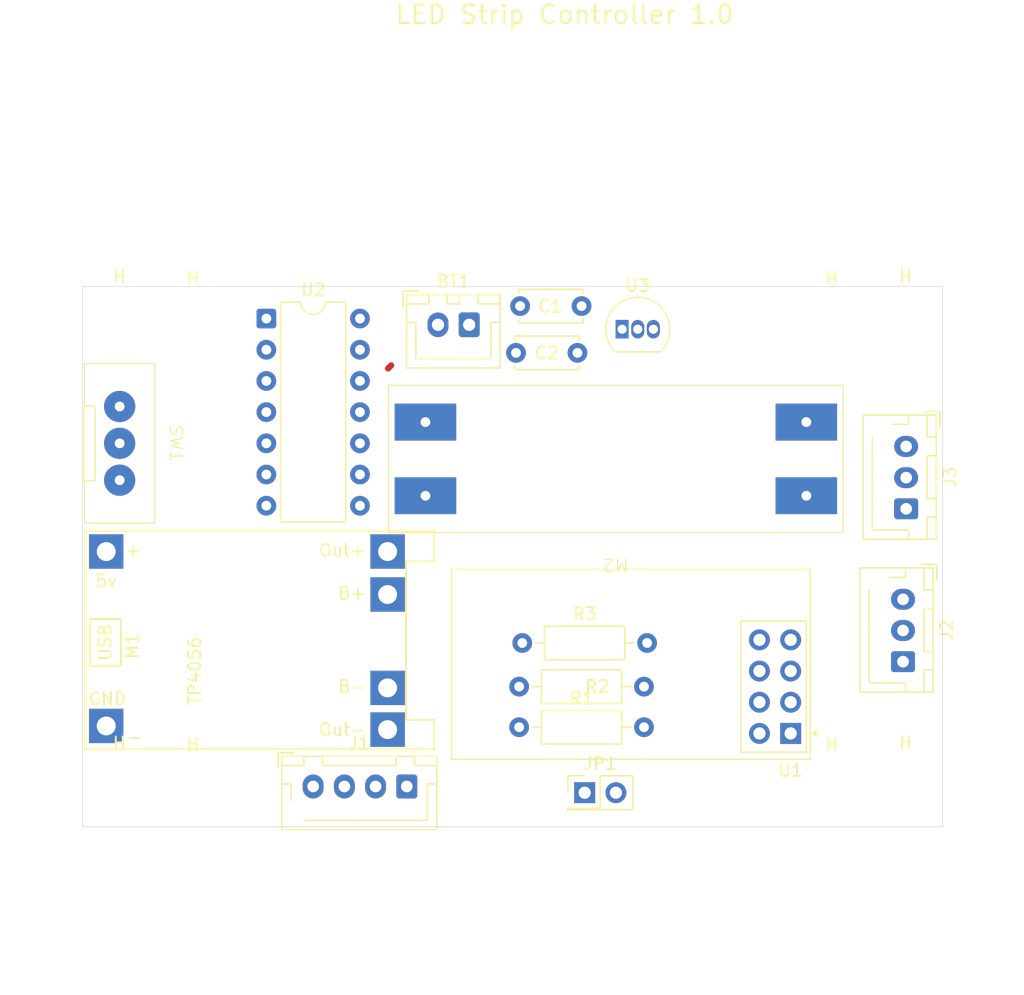
<source format=kicad_pcb>
(kicad_pcb (version 20241229) (generator "pcbnew") (generator_version "9.0")
  (title_block (title "nRF24 Button") (date "2025-12-19") (rev "${Version}"))
  (layers (0 "F.Cu" signal) (2 "B.Cu" signal) (13 "F.Paste" user) (15 "B.Paste" user) (5 "F.SilkS" user "F.Silkscreen") (7 "B.SilkS" user "B.Silkscreen") (1 "F.Mask" user) (3 "B.Mask" user) (25 "Edge.Cuts" user))
  (property "Version" "1.0")
  (net 0 "")
  (net 1 "+3V8")
  (net 3 "GND")
  (net 4 "Net-(J1-Pin_4)")
  (net 5 "/VCC")
  (net 6 "/Vbat")
  (net 7 "Net-(U2-AREF{slash}PA0)")
  (net 8 "Net-(U1-CE)")
  (net 9 "Net-(J1-Pin_1)")
  (net 10 "Net-(J1-Pin_3)")
  (net 11 "Net-(J1-Pin_2)")
  (net 12 "/VLED")
  (net 15 "Net-(J2-Pin_3)")
  (net 19 "Net-(J3-Pin_3)")
  (net 20 "Net-(JP1-B)")
  (net 21 "Net-(JP1-A)")
  (net 22 "Net-(M1-B+)")
  (footprint "Resistor_THT:R_Axial_DIN0207_L6.3mm_D2.5mm_P10.16mm_Horizontal" (layer "F.Cu") (at 155.702 132.588 180)
    (property "Reference" "R2" (at 3.81 0 0) (layer "F.SilkS"))
    (property "Value" "100k")
    (fp_line (start 9.12 0) (end 8.35 0) (stroke (width 0.12)) (layer "F.SilkS"))
    (fp_line (start 1.04 0) (end 1.81 0) (stroke (width 0.12)) (layer "F.SilkS"))
    (fp_rect (start 1.81 -1.37) (end 8.35 1.37) (stroke (width 0.12)) (fill no) (layer "F.SilkS"))
    (pad "1" thru_hole circle (at 0 0 180) (size 1.6 1.6) (drill 0.8) (layers "*.Cu" "*.Mask") (net 7 "Net-(U2-AREF{slash}PA0)"))
    (pad "2" thru_hole circle (at 10.16 0 180) (size 1.6 1.6) (drill 0.8) (layers "*.Cu" "*.Mask") (net 3 "GND"))
  )
  (footprint "hagego:JST_XH_1x03_P2.54" (layer "F.Cu") (at 176.784 125.476 -90)
    (property "Reference" "J2" (at 2.5 -3.55 90) (layer "F.SilkS"))
    (property "Value" "WS2812 1")
    (fp_line (start -2.56 3.51) (end 7.56 3.51) (stroke (width 0.12)) (layer "F.SilkS"))
    (fp_line (start 7.56 3.51) (end 7.56 -2.46) (stroke (width 0.12)) (layer "F.SilkS"))
    (fp_line (start 2.5 2.75) (end -0.74 2.75) (stroke (width 0.12)) (layer "F.SilkS"))
    (fp_line (start 6.8 2.75) (end 2.5 2.75) (stroke (width 0.12)) (layer "F.SilkS"))
    (fp_line (start -2.55 -0.2) (end -1.8 -0.2) (stroke (width 0.12)) (layer "F.SilkS"))
    (fp_line (start -1.8 -0.2) (end -1.8 1.14) (stroke (width 0.12)) (layer "F.SilkS"))
    (fp_line (start 6.8 -0.2) (end 6.8 2.75) (stroke (width 0.12)) (layer "F.SilkS"))
    (fp_line (start 7.55 -0.2) (end 6.8 -0.2) (stroke (width 0.12)) (layer "F.SilkS"))
    (fp_line (start -2.55 -1.7) (end -0.75 -1.7) (stroke (width 0.12)) (layer "F.SilkS"))
    (fp_line (start -0.75 -1.7) (end -0.75 -2.45) (stroke (width 0.12)) (layer "F.SilkS"))
    (fp_line (start 0.75 -1.7) (end 4.25 -1.7) (stroke (width 0.12)) (layer "F.SilkS"))
    (fp_line (start 4.25 -1.7) (end 4.25 -2.45) (stroke (width 0.12)) (layer "F.SilkS"))
    (fp_line (start 5.75 -1.7) (end 7.55 -1.7) (stroke (width 0.12)) (layer "F.SilkS"))
    (fp_line (start 7.55 -1.7) (end 7.55 -2.45) (stroke (width 0.12)) (layer "F.SilkS"))
    (fp_line (start -2.55 -2.45) (end -2.55 -1.7) (stroke (width 0.12)) (layer "F.SilkS"))
    (fp_line (start -0.75 -2.45) (end -2.55 -2.45) (stroke (width 0.12)) (layer "F.SilkS"))
    (fp_line (start 0.75 -2.45) (end 0.75 -1.7) (stroke (width 0.12)) (layer "F.SilkS"))
    (fp_line (start 4.25 -2.45) (end 0.75 -2.45) (stroke (width 0.12)) (layer "F.SilkS"))
    (fp_line (start 5.75 -2.45) (end 5.75 -1.7) (stroke (width 0.12)) (layer "F.SilkS"))
    (fp_line (start 7.55 -2.45) (end 5.75 -2.45) (stroke (width 0.12)) (layer "F.SilkS"))
    (fp_line (start -2.56 -2.46) (end -2.56 3.51) (stroke (width 0.12)) (layer "F.SilkS"))
    (fp_line (start 7.56 -2.46) (end -2.56 -2.46) (stroke (width 0.12)) (layer "F.SilkS"))
    (fp_line (start -2.85 -2.75) (end -2.85 -1.5) (stroke (width 0.12)) (layer "F.SilkS"))
    (fp_line (start -1.6 -2.75) (end -2.85 -2.75) (stroke (width 0.12)) (layer "F.SilkS"))
    (pad "" np_thru_hole circle (at -1.6 2 270) (size 1.2 1.2) (drill 1.2) (layers "*.Cu" "*.Mask"))
    (pad "1" thru_hole roundrect (at 5.08 0 270) (size 1.7 1.95) (drill 0.95) (layers "*.Cu" "*.Mask") (roundrect_rratio 0.147059) (net 12 "/VLED"))
    (pad "2" thru_hole oval (at 2.54 0 270) (size 1.7 1.95) (drill 0.95) (layers "*.Cu" "*.Mask") (net 3 "GND"))
    (pad "3" thru_hole oval (at 0 0 270) (size 1.7 1.95) (drill 0.95) (layers "*.Cu" "*.Mask") (net 15 "Net-(J2-Pin_3)"))
  )
  (footprint "RF_Module:nRF24L01_Breakout" (layer "F.Cu") (at 167.64 136.398 180)
    (property "Reference" "U1" (at 0 -3 0) (layer "F.SilkS"))
    (property "Value" "NRF24L01")
    (fp_line (start 27.6 13.35) (end -1.6 13.35) (stroke (width 0.12)) (layer "F.SilkS"))
    (fp_line (start 27.6 -2.1) (end 27.6 13.35) (stroke (width 0.12)) (layer "F.SilkS"))
    (fp_line (start 4.064 9.144) (end -1.27 9.144) (stroke (width 0.12)) (layer "F.SilkS"))
    (fp_line (start 4.064 -1.524) (end 4.064 9.144) (stroke (width 0.12)) (layer "F.SilkS"))
    (fp_line (start -1.27 9.144) (end -1.27 9.144) (stroke (width 0.12)) (layer "F.SilkS"))
    (fp_line (start -1.27 9.144) (end -1.27 -1.524) (stroke (width 0.12)) (layer "F.SilkS"))
    (fp_line (start -1.27 -1.524) (end 4.064 -1.524) (stroke (width 0.12)) (layer "F.SilkS"))
    (fp_line (start -1.27 -1.524) (end -1.27 -1.524) (stroke (width 0.12)) (layer "F.SilkS"))
    (fp_line (start -1.6 13.35) (end -1.6 -2.1) (stroke (width 0.12)) (layer "F.SilkS"))
    (fp_line (start -1.6 -2.1) (end 27.6 -2.1) (stroke (width 0.12)) (layer "F.SilkS"))
    (fp_line (start -1.6 -2.1) (end -1.6 -2.1) (stroke (width 0.12)) (layer "F.SilkS"))
    (fp_poly (pts (xy -1.8 0) (xy -2.136 0.24) (xy -2.136 -0.24) (xy -1.8 0)) (stroke (width 0.12)) (fill yes) (layer "F.SilkS"))
    (pad "1" thru_hole rect (at 0 0 180) (size 1.7 1.7) (drill 1) (layers "*.Cu" "*.Mask") (net 3 "GND"))
    (pad "2" thru_hole circle (at 2.54 0 180) (size 1.7 1.7) (drill 1) (layers "*.Cu" "*.Mask") (net 5 "/VCC"))
    (pad "3" thru_hole circle (at 0 2.54 180) (size 1.7 1.7) (drill 1) (layers "*.Cu" "*.Mask") (net 8 "Net-(U1-CE)"))
    (pad "4" thru_hole circle (at 2.54 2.54 180) (size 1.7 1.7) (drill 1) (layers "*.Cu" "*.Mask") (net 20 "Net-(JP1-B)"))
    (pad "5" thru_hole circle (at 0 5.08 180) (size 1.7 1.7) (drill 1) (layers "*.Cu" "*.Mask") (net 4 "Net-(J1-Pin_4)"))
    (pad "6" thru_hole circle (at 2.54 5.08 180) (size 1.7 1.7) (drill 1) (layers "*.Cu" "*.Mask") (net 11 "Net-(J1-Pin_2)"))
    (pad "7" thru_hole circle (at 0 7.62 180) (size 1.7 1.7) (drill 1) (layers "*.Cu" "*.Mask") (net 10 "Net-(J1-Pin_3)"))
    (pad "8" thru_hole circle (at 2.54 7.62 180) (size 1.7 1.7) (drill 1) (layers "*.Cu" "*.Mask"))
  )
  (footprint "MountingHole:MountingHole_2.7mm_M2.5" (layer "F.Cu") (at 171 103)
    (property "Reference" "H" (at 0 -3.65 0) (layer "F.SilkS"))
    (property "Value" "M2.5")
    (pad "" np_thru_hole circle (at 0 0) (size 2.7 2.7) (drill 2.7) (layers "*.Cu" "*.Mask"))
  )
  (footprint "KiCad Library:TP4056-18650" (layer "F.Cu") (at 110.236 119.888)
    (property "Reference" "M1" (at 3.81 9.398 90) (layer "F.SilkS"))
    (property "Value" "TP4056")
    (fp_line (start 0 0) (end 26.3 0) (stroke (width 0.15)) (layer "F.SilkS"))
    (fp_line (start 0 17.8) (end 0 0) (stroke (width 0.15)) (layer "F.SilkS"))
    (fp_line (start 0.4 7.2) (end 2.9 7.2) (stroke (width 0.15)) (layer "F.SilkS"))
    (fp_line (start 0.4 11) (end 0.4 7.3) (stroke (width 0.15)) (layer "F.SilkS"))
    (fp_line (start 2.9 7.2) (end 2.9 11) (stroke (width 0.15)) (layer "F.SilkS"))
    (fp_line (start 2.9 11) (end 0.4 11) (stroke (width 0.15)) (layer "F.SilkS"))
    (fp_line (start 26.1 2.5) (end 26.1 15.4) (stroke (width 0.15)) (layer "F.SilkS"))
    (fp_line (start 26.1 15.4) (end 26.4 15.4) (stroke (width 0.15)) (layer "F.SilkS"))
    (fp_line (start 26.3 0) (end 28.4 0) (stroke (width 0.15)) (layer "F.SilkS"))
    (fp_line (start 26.3 15.4) (end 28.4 15.4) (stroke (width 0.15)) (layer "F.SilkS"))
    (fp_line (start 28.4 0) (end 28.4 2.5) (stroke (width 0.15)) (layer "F.SilkS"))
    (fp_line (start 28.4 2.5) (end 26.1 2.5) (stroke (width 0.15)) (layer "F.SilkS"))
    (fp_line (start 28.4 15.4) (end 28.4 15.7) (stroke (width 0.15)) (layer "F.SilkS"))
    (fp_line (start 28.4 15.7) (end 28.4 17.8) (stroke (width 0.15)) (layer "F.SilkS"))
    (fp_line (start 28.4 17.8) (end 0 17.8) (stroke (width 0.15)) (layer "F.SilkS"))
    (fp_text user "B+" (at 21.7 5.1 0) (layer "F.SilkS"))
    (fp_text user "5v" (at 1.7 4.1 0) (layer "F.SilkS"))
    (fp_text user "+" (at 3.9 1.6 0) (layer "F.SilkS"))
    (fp_text user "USB" (at 1.6 9.1 90) (layer "F.SilkS"))
    (fp_text user "-" (at 4 16.8 0) (layer "F.SilkS"))
    (fp_text user "Out+" (at 20.9 1.6 0) (layer "F.SilkS"))
    (fp_text user "B-" (at 21.7 12.7 0) (layer "F.SilkS"))
    (fp_text user "GND" (at 1.8 13.7 0) (layer "F.SilkS"))
    (fp_text user "TP4056" (at 8.89 11.43 90) (layer "F.SilkS"))
    (fp_text user "Out-" (at 20.9 16.2 0) (layer "F.SilkS"))
    (pad "1" thru_hole rect (at 1.7 1.7) (size 2.8 2.8) (drill 1.54) (layers "*.Cu" "*.Mask"))
    (pad "2" thru_hole rect (at 1.7 15.9) (size 2.8 2.8) (drill 1.54) (layers "*.Cu" "*.Mask"))
    (pad "3" thru_hole rect (at 24.6 1.7) (size 2.8 2.8) (drill 1.54) (layers "*.Cu" "*.Mask") (net 6 "/Vbat"))
    (pad "4" thru_hole rect (at 24.6 16.2) (size 2.8 2.8) (drill 1.54) (layers "*.Cu" "*.Mask") (net 3 "GND"))
    (pad "5" thru_hole rect (at 24.6 5.2) (size 2.8 2.8) (drill 1.54) (layers "*.Cu" "*.Mask") (net 22 "Net-(M1-B+)"))
    (pad "6" thru_hole rect (at 24.6 12.8) (size 2.8 2.8) (drill 1.54) (layers "*.Cu" "*.Mask") (net 3 "GND"))
  )
  (footprint "Resistor_THT:R_Axial_DIN0207_L6.3mm_D2.5mm_P10.16mm_Horizontal" (layer "F.Cu") (at 145.542 135.89)
    (property "Reference" "R1" (at 5.08 -2.37 0) (layer "F.SilkS"))
    (property "Value" "470k")
    (fp_line (start 1.04 0) (end 1.81 0) (stroke (width 0.12)) (layer "F.SilkS"))
    (fp_line (start 9.12 0) (end 8.35 0) (stroke (width 0.12)) (layer "F.SilkS"))
    (fp_rect (start 1.81 -1.37) (end 8.35 1.37) (stroke (width 0.12)) (fill no) (layer "F.SilkS"))
    (pad "1" thru_hole circle (at 0 0) (size 1.6 1.6) (drill 0.8) (layers "*.Cu" "*.Mask") (net 6 "/Vbat"))
    (pad "2" thru_hole circle (at 10.16 0) (size 1.6 1.6) (drill 0.8) (layers "*.Cu" "*.Mask") (net 7 "Net-(U2-AREF{slash}PA0)"))
  )
  (footprint "hagego:Hole_5mm" (layer "F.Cu") (at 113 141)
    (property "Reference" "H" (at 0 -3.81 0) (layer "F.SilkS"))
    (property "Value" "5mm")
    (pad "" np_thru_hole circle (at 0 0) (size 5 5) (drill 5) (layers "*.Cu" "*.Mask"))
  )
  (footprint "Connector_PinHeader_2.54mm:PinHeader_2x01_P2.54mm_Vertical" (layer "F.Cu") (at 150.876 141.224)
    (property "Reference" "JP1" (at 1.27 -2.38 0) (layer "F.SilkS"))
    (property "Value" "Jumper CSN")
    (fp_line (start -1.38 -1.38) (end 0 -1.38) (stroke (width 0.12)) (layer "F.SilkS"))
    (fp_line (start -1.38 0) (end -1.38 -1.38) (stroke (width 0.12)) (layer "F.SilkS"))
    (fp_line (start -1.38 1.27) (end -1.38 1.38) (stroke (width 0.12)) (layer "F.SilkS"))
    (fp_line (start -1.38 1.27) (end 1.27 1.27) (stroke (width 0.12)) (layer "F.SilkS"))
    (fp_line (start -1.38 1.38) (end 3.92 1.38) (stroke (width 0.12)) (layer "F.SilkS"))
    (fp_line (start 1.27 -1.38) (end 3.92 -1.38) (stroke (width 0.12)) (layer "F.SilkS"))
    (fp_line (start 1.27 1.27) (end 1.27 -1.38) (stroke (width 0.12)) (layer "F.SilkS"))
    (fp_line (start 3.92 -1.38) (end 3.92 1.38) (stroke (width 0.12)) (layer "F.SilkS"))
    (pad "1" thru_hole rect (at 0 0) (size 1.7 1.7) (drill 1) (layers "*.Cu" "*.Mask") (net 21 "Net-(JP1-A)"))
    (pad "2" thru_hole circle (at 2.54 0) (size 1.7 1.7) (drill 1) (layers "*.Cu" "*.Mask") (net 20 "Net-(JP1-B)"))
  )
  (footprint "hagego:JST_XH_1x02_P2.54" (layer "F.Cu") (at 138.938 103.124)
    (property "Reference" "BT1" (at 1.25 -3.55 0) (layer "F.SilkS"))
    (property "Value" "3.7V")
    (fp_line (start -2.85 -2.75) (end -2.85 -1.5) (stroke (width 0.12)) (layer "F.SilkS"))
    (fp_line (start -2.56 -2.46) (end -2.56 3.51) (stroke (width 0.12)) (layer "F.SilkS"))
    (fp_line (start -2.56 3.51) (end 5.06 3.51) (stroke (width 0.12)) (layer "F.SilkS"))
    (fp_line (start -2.55 -2.45) (end -2.55 -1.7) (stroke (width 0.12)) (layer "F.SilkS"))
    (fp_line (start -2.55 -1.7) (end -0.75 -1.7) (stroke (width 0.12)) (layer "F.SilkS"))
    (fp_line (start -2.55 -0.2) (end -1.8 -0.2) (stroke (width 0.12)) (layer "F.SilkS"))
    (fp_line (start -1.8 -0.2) (end -1.8 2.75) (stroke (width 0.12)) (layer "F.SilkS"))
    (fp_line (start -1.8 2.75) (end 1.25 2.75) (stroke (width 0.12)) (layer "F.SilkS"))
    (fp_line (start -1.6 -2.75) (end -2.85 -2.75) (stroke (width 0.12)) (layer "F.SilkS"))
    (fp_line (start -0.75 -2.45) (end -2.55 -2.45) (stroke (width 0.12)) (layer "F.SilkS"))
    (fp_line (start -0.75 -1.7) (end -0.75 -2.45) (stroke (width 0.12)) (layer "F.SilkS"))
    (fp_line (start 0.75 -2.45) (end 0.75 -1.7) (stroke (width 0.12)) (layer "F.SilkS"))
    (fp_line (start 0.75 -1.7) (end 1.75 -1.7) (stroke (width 0.12)) (layer "F.SilkS"))
    (fp_line (start 1.75 -2.45) (end 0.75 -2.45) (stroke (width 0.12)) (layer "F.SilkS"))
    (fp_line (start 1.75 -1.7) (end 1.75 -2.45) (stroke (width 0.12)) (layer "F.SilkS"))
    (fp_line (start 3.25 -2.45) (end 3.25 -1.7) (stroke (width 0.12)) (layer "F.SilkS"))
    (fp_line (start 3.25 -1.7) (end 5.05 -1.7) (stroke (width 0.12)) (layer "F.SilkS"))
    (fp_line (start 4.3 -0.2) (end 4.3 2.75) (stroke (width 0.12)) (layer "F.SilkS"))
    (fp_line (start 4.3 2.75) (end 1.25 2.75) (stroke (width 0.12)) (layer "F.SilkS"))
    (fp_line (start 5.05 -2.45) (end 3.25 -2.45) (stroke (width 0.12)) (layer "F.SilkS"))
    (fp_line (start 5.05 -1.7) (end 5.05 -2.45) (stroke (width 0.12)) (layer "F.SilkS"))
    (fp_line (start 5.05 -0.2) (end 4.3 -0.2) (stroke (width 0.12)) (layer "F.SilkS"))
    (fp_line (start 5.06 -2.46) (end -2.56 -2.46) (stroke (width 0.12)) (layer "F.SilkS"))
    (fp_line (start 5.06 3.51) (end 5.06 -2.46) (stroke (width 0.12)) (layer "F.SilkS"))
    (pad "1" thru_hole roundrect (at 2.54 0) (size 1.7 2) (drill 1) (layers "*.Cu" "*.Mask") (roundrect_rratio 0.147059) (net 1 "+3V8"))
    (pad "2" thru_hole oval (at 0 0) (size 1.7 2) (drill 1) (layers "*.Cu" "*.Mask") (net 3 "GND"))
  )
  (footprint "hagego:Hole_5mm" (layer "F.Cu") (at 177 141)
    (property "Reference" "H" (at 0 -3.81 0) (layer "F.SilkS"))
    (property "Value" "5mm")
    (pad "" np_thru_hole circle (at 0 0) (size 5 5) (drill 5) (layers "*.Cu" "*.Mask"))
  )
  (footprint "hagego:SwitchHorizontal_SK-12F14" (layer "F.Cu") (at 113.03 112.776 -90)
    (property "Reference" "SW1" (at 0 -4.572 270) (layer "F.SilkS") (effects (font (thickness 0.1))))
    (property "Value" "on/off")
    (fp_rect (start -3.05 2) (end 3.05 2.9) (stroke (width 0.1)) (fill no) (layer "F.SilkS"))
    (fp_rect (start -6.5 -2.85) (end 6.5 2.85) (stroke (width 0.1)) (fill no) (layer "F.SilkS"))
    (pad "1" thru_hole circle (at -3 0 270) (size 2.54 2.54) (drill 0.8) (layers "*.Cu" "*.Mask") (net 1 "+3V8"))
    (pad "2" thru_hole circle (at 0 0 270) (size 2.54 2.54) (drill 0.8) (layers "*.Cu" "*.Mask") (net 22 "Net-(M1-B+)"))
    (pad "3" thru_hole circle (at 3 0 270) (size 2.54 2.54) (drill 0.8) (layers "*.Cu" "*.Mask"))
  )
  (footprint "Capacitor_THT:C_Disc_D5.0mm_W2.5mm_P5.00mm" (layer "F.Cu") (at 150.622 101.6 180)
    (property "Reference" "C1" (at 2.54 0 0) (layer "F.SilkS"))
    (property "Value" "2.2uF")
    (fp_line (start 5.12 1.37) (end -0.12 1.37) (stroke (width 0.12)) (layer "F.SilkS"))
    (fp_line (start 5.12 1.033) (end 5.12 1.37) (stroke (width 0.12)) (layer "F.SilkS"))
    (fp_line (start 5.12 -1.37) (end 5.12 -1.033) (stroke (width 0.12)) (layer "F.SilkS"))
    (fp_line (start -0.12 1.37) (end -0.12 1.033) (stroke (width 0.12)) (layer "F.SilkS"))
    (fp_line (start -0.12 -1.033) (end -0.12 -1.37) (stroke (width 0.12)) (layer "F.SilkS"))
    (fp_line (start -0.12 -1.37) (end 5.12 -1.37) (stroke (width 0.12)) (layer "F.SilkS"))
    (pad "1" thru_hole circle (at 0 0 180) (size 1.6 1.6) (drill 0.8) (layers "*.Cu" "*.Mask") (net 3 "GND"))
    (pad "2" thru_hole circle (at 5 0 180) (size 1.6 1.6) (drill 0.8) (layers "*.Cu" "*.Mask") (net 5 "/VCC"))
  )
  (footprint "hagego:MT3608_Module" (layer "F.Cu") (at 153.416 114.046 180)
    (property "Reference" "M2" (at 0 -8.636 180) (layer "F.SilkS") (effects (font (thickness 0.1))))
    (property "Value" "~")
    (fp_rect (start -18.5 -6) (end 18.5 6) (stroke (width 0.1)) (fill no) (layer "F.SilkS"))
    (pad "1" thru_hole rect (at 15.5 -3 180) (size 5 3) (drill 0.8) (layers "*.Cu" "*.Mask") (net 6 "/Vbat"))
    (pad "2" thru_hole rect (at 15.5 3 180) (size 5 3) (drill 0.8) (layers "*.Cu" "*.Mask") (net 3 "GND"))
    (pad "3" thru_hole rect (at -15.5 -3 180) (size 5 3) (drill 0.8) (layers "*.Cu" "*.Mask") (net 12 "/VLED"))
    (pad "4" thru_hole rect (at -15.5 3 180) (size 5 3) (drill 0.8) (layers "*.Cu" "*.Mask") (net 3 "GND"))
  )
  (footprint "hagego:Hole_5mm" (layer "F.Cu") (at 177 103)
    (property "Reference" "H" (at 0 -3.81 0) (layer "F.SilkS"))
    (property "Value" "5mm")
    (pad "" np_thru_hole circle (at 0 0) (size 5 5) (drill 5) (layers "*.Cu" "*.Mask"))
  )
  (footprint "hagego:JST_XH_1x03_P2.54" (layer "F.Cu") (at 177.038 113.03 -90)
    (property "Reference" "J3" (at 2.5 -3.55 90) (layer "F.SilkS"))
    (property "Value" "WS2812 2")
    (fp_line (start -2.56 3.51) (end 7.56 3.51) (stroke (width 0.12)) (layer "F.SilkS"))
    (fp_line (start 7.56 3.51) (end 7.56 -2.46) (stroke (width 0.12)) (layer "F.SilkS"))
    (fp_line (start 2.5 2.75) (end -0.74 2.75) (stroke (width 0.12)) (layer "F.SilkS"))
    (fp_line (start 6.8 2.75) (end 2.5 2.75) (stroke (width 0.12)) (layer "F.SilkS"))
    (fp_line (start -2.55 -0.2) (end -1.8 -0.2) (stroke (width 0.12)) (layer "F.SilkS"))
    (fp_line (start -1.8 -0.2) (end -1.8 1.14) (stroke (width 0.12)) (layer "F.SilkS"))
    (fp_line (start 6.8 -0.2) (end 6.8 2.75) (stroke (width 0.12)) (layer "F.SilkS"))
    (fp_line (start 7.55 -0.2) (end 6.8 -0.2) (stroke (width 0.12)) (layer "F.SilkS"))
    (fp_line (start -2.55 -1.7) (end -0.75 -1.7) (stroke (width 0.12)) (layer "F.SilkS"))
    (fp_line (start -0.75 -1.7) (end -0.75 -2.45) (stroke (width 0.12)) (layer "F.SilkS"))
    (fp_line (start 0.75 -1.7) (end 4.25 -1.7) (stroke (width 0.12)) (layer "F.SilkS"))
    (fp_line (start 4.25 -1.7) (end 4.25 -2.45) (stroke (width 0.12)) (layer "F.SilkS"))
    (fp_line (start 5.75 -1.7) (end 7.55 -1.7) (stroke (width 0.12)) (layer "F.SilkS"))
    (fp_line (start 7.55 -1.7) (end 7.55 -2.45) (stroke (width 0.12)) (layer "F.SilkS"))
    (fp_line (start -2.55 -2.45) (end -2.55 -1.7) (stroke (width 0.12)) (layer "F.SilkS"))
    (fp_line (start -0.75 -2.45) (end -2.55 -2.45) (stroke (width 0.12)) (layer "F.SilkS"))
    (fp_line (start 0.75 -2.45) (end 0.75 -1.7) (stroke (width 0.12)) (layer "F.SilkS"))
    (fp_line (start 4.25 -2.45) (end 0.75 -2.45) (stroke (width 0.12)) (layer "F.SilkS"))
    (fp_line (start 5.75 -2.45) (end 5.75 -1.7) (stroke (width 0.12)) (layer "F.SilkS"))
    (fp_line (start 7.55 -2.45) (end 5.75 -2.45) (stroke (width 0.12)) (layer "F.SilkS"))
    (fp_line (start -2.56 -2.46) (end -2.56 3.51) (stroke (width 0.12)) (layer "F.SilkS"))
    (fp_line (start 7.56 -2.46) (end -2.56 -2.46) (stroke (width 0.12)) (layer "F.SilkS"))
    (fp_line (start -2.85 -2.75) (end -2.85 -1.5) (stroke (width 0.12)) (layer "F.SilkS"))
    (fp_line (start -1.6 -2.75) (end -2.85 -2.75) (stroke (width 0.12)) (layer "F.SilkS"))
    (pad "" np_thru_hole circle (at -1.6 2 270) (size 1.2 1.2) (drill 1.2) (layers "*.Cu" "*.Mask"))
    (pad "1" thru_hole roundrect (at 5.08 0 270) (size 1.7 1.95) (drill 0.95) (layers "*.Cu" "*.Mask") (roundrect_rratio 0.147059) (net 12 "/VLED"))
    (pad "2" thru_hole oval (at 2.54 0 270) (size 1.7 1.95) (drill 0.95) (layers "*.Cu" "*.Mask") (net 3 "GND"))
    (pad "3" thru_hole oval (at 0 0 270) (size 1.7 1.95) (drill 0.95) (layers "*.Cu" "*.Mask") (net 19 "Net-(J3-Pin_3)"))
  )
  (footprint "Resistor_THT:R_Axial_DIN0207_L6.3mm_D2.5mm_P10.16mm_Horizontal" (layer "F.Cu") (at 145.796 129.032)
    (property "Reference" "R3" (at 5.08 -2.37 0) (layer "F.SilkS"))
    (property "Value" "1M")
    (fp_line (start 1.04 0) (end 1.81 0) (stroke (width 0.12)) (layer "F.SilkS"))
    (fp_line (start 9.12 0) (end 8.35 0) (stroke (width 0.12)) (layer "F.SilkS"))
    (fp_rect (start 1.81 -1.37) (end 8.35 1.37) (stroke (width 0.12)) (fill no) (layer "F.SilkS"))
    (pad "1" thru_hole circle (at 0 0) (size 1.6 1.6) (drill 0.8) (layers "*.Cu" "*.Mask") (net 5 "/VCC"))
    (pad "2" thru_hole circle (at 10.16 0) (size 1.6 1.6) (drill 0.8) (layers "*.Cu" "*.Mask") (net 20 "Net-(JP1-B)"))
  )
  (footprint "hagego:Hole_5mm" (layer "F.Cu") (at 113 103)
    (property "Reference" "H" (at 0 -3.81 0) (layer "F.SilkS"))
    (property "Value" "5mm")
    (pad "" np_thru_hole circle (at 0 0) (size 5 5) (drill 5) (layers "*.Cu" "*.Mask"))
  )
  (footprint "MountingHole:MountingHole_2.7mm_M2.5" (layer "F.Cu") (at 119 103)
    (property "Reference" "H" (at 0 -3.65 0) (layer "F.SilkS"))
    (property "Value" "M2.5")
    (pad "" np_thru_hole circle (at 0 0) (size 2.7 2.7) (drill 2.7) (layers "*.Cu" "*.Mask"))
  )
  (footprint "Package_TO_SOT_THT:TO-92_Inline" (layer "F.Cu") (at 153.924 103.484)
    (property "Reference" "U3" (at 1.27 -3.56 0) (layer "F.SilkS"))
    (property "Value" "MCP1700x-330")
    (fp_line (start -0.53 1.85) (end 3.07 1.85) (stroke (width 0.12)) (layer "F.SilkS"))
    (fp_arc (start -0.568478 1.838478) (mid -1.132087 -0.994977) (end 1.27 -2.6) (stroke (width 0.12)) (layer "F.SilkS"))
    (fp_arc (start 1.27 -2.6) (mid 3.672087 -0.994977) (end 3.108478 1.838478) (stroke (width 0.12)) (layer "F.SilkS"))
    (pad "1" thru_hole rect (at 0 0) (size 1.05 1.5) (drill 0.75) (layers "*.Cu" "*.Mask") (net 3 "GND"))
    (pad "2" thru_hole oval (at 1.27 0) (size 1.05 1.5) (drill 0.75) (layers "*.Cu" "*.Mask") (net 6 "/Vbat"))
    (pad "3" thru_hole oval (at 2.54 0) (size 1.05 1.5) (drill 0.75) (layers "*.Cu" "*.Mask") (net 5 "/VCC"))
  )
  (footprint "Package_DIP:DIP-14_W7.62mm" (layer "F.Cu") (at 124.968 102.616)
    (property "Reference" "U2" (at 3.81 -2.33 0) (layer "F.SilkS"))
    (property "Value" "ATtiny84")
    (fp_line (start 1.16 -1.33) (end 1.16 16.57) (stroke (width 0.12)) (layer "F.SilkS"))
    (fp_line (start 1.16 16.57) (end 6.46 16.57) (stroke (width 0.12)) (layer "F.SilkS"))
    (fp_line (start 2.81 -1.33) (end 1.16 -1.33) (stroke (width 0.12)) (layer "F.SilkS"))
    (fp_line (start 6.46 -1.33) (end 4.81 -1.33) (stroke (width 0.12)) (layer "F.SilkS"))
    (fp_line (start 6.46 16.57) (end 6.46 -1.33) (stroke (width 0.12)) (layer "F.SilkS"))
    (fp_arc (start 4.81 -1.33) (mid 3.81 -0.33) (end 2.81 -1.33) (stroke (width 0.12)) (layer "F.SilkS"))
    (pad "1" thru_hole roundrect (at 0 0) (size 1.6 1.6) (drill 0.8) (layers "*.Cu" "*.Mask") (roundrect_rratio 0.15625) (net 6 "/Vbat"))
    (pad "2" thru_hole circle (at 0 2.54) (size 1.6 1.6) (drill 0.8) (layers "*.Cu" "*.Mask"))
    (pad "3" thru_hole circle (at 0 5.08) (size 1.6 1.6) (drill 0.8) (layers "*.Cu" "*.Mask") (net 8 "Net-(U1-CE)"))
    (pad "4" thru_hole circle (at 0 7.62) (size 1.6 1.6) (drill 0.8) (layers "*.Cu" "*.Mask") (net 9 "Net-(J1-Pin_1)"))
    (pad "5" thru_hole circle (at 0 10.16) (size 1.6 1.6) (drill 0.8) (layers "*.Cu" "*.Mask") (net 21 "Net-(JP1-A)"))
    (pad "6" thru_hole circle (at 0 12.7) (size 1.6 1.6) (drill 0.8) (layers "*.Cu" "*.Mask") (net 15 "Net-(J2-Pin_3)"))
    (pad "7" thru_hole circle (at 0 15.24) (size 1.6 1.6) (drill 0.8) (layers "*.Cu" "*.Mask") (net 10 "Net-(J1-Pin_3)"))
    (pad "8" thru_hole circle (at 7.62 15.24) (size 1.6 1.6) (drill 0.8) (layers "*.Cu" "*.Mask") (net 11 "Net-(J1-Pin_2)"))
    (pad "9" thru_hole circle (at 7.62 12.7) (size 1.6 1.6) (drill 0.8) (layers "*.Cu" "*.Mask") (net 4 "Net-(J1-Pin_4)"))
    (pad "10" thru_hole circle (at 7.62 10.16) (size 1.6 1.6) (drill 0.8) (layers "*.Cu" "*.Mask") (net 19 "Net-(J3-Pin_3)"))
    (pad "11" thru_hole circle (at 7.62 7.62) (size 1.6 1.6) (drill 0.8) (layers "*.Cu" "*.Mask"))
    (pad "12" thru_hole circle (at 7.62 5.08) (size 1.6 1.6) (drill 0.8) (layers "*.Cu" "*.Mask"))
    (pad "13" thru_hole circle (at 7.62 2.54) (size 1.6 1.6) (drill 0.8) (layers "*.Cu" "*.Mask") (net 7 "Net-(U2-AREF{slash}PA0)"))
    (pad "14" thru_hole circle (at 7.62 0) (size 1.6 1.6) (drill 0.8) (layers "*.Cu" "*.Mask") (net 3 "GND"))
  )
  (footprint "MountingHole:MountingHole_2.7mm_M2.5" (layer "F.Cu") (at 171 141)
    (property "Reference" "H" (at 0 -3.65 0) (layer "F.SilkS"))
    (property "Value" "M2.5")
    (pad "" np_thru_hole circle (at 0 0) (size 2.7 2.7) (drill 2.7) (layers "*.Cu" "*.Mask"))
  )
  (footprint "MountingHole:MountingHole_2.7mm_M2.5" (layer "F.Cu") (at 119 141)
    (property "Reference" "H" (at 0 -3.65 0) (layer "F.SilkS"))
    (property "Value" "M2.5")
    (pad "" np_thru_hole circle (at 0 0) (size 2.7 2.7) (drill 2.7) (layers "*.Cu" "*.Mask"))
  )
  (footprint "hagego:JST_XH_1x04_P2.54" (layer "F.Cu") (at 128.778 140.716)
    (property "Reference" "J1" (at 3.75 -3.55 0) (layer "F.SilkS"))
    (property "Value" "Prog")
    (fp_line (start -2.85 -2.75) (end -2.85 -1.5) (stroke (width 0.12)) (layer "F.SilkS"))
    (fp_line (start -2.56 -2.46) (end -2.56 3.51) (stroke (width 0.12)) (layer "F.SilkS"))
    (fp_line (start -2.56 3.51) (end 10.06 3.51) (stroke (width 0.12)) (layer "F.SilkS"))
    (fp_line (start -2.55 -2.45) (end -2.55 -1.7) (stroke (width 0.12)) (layer "F.SilkS"))
    (fp_line (start -2.55 -1.7) (end -0.75 -1.7) (stroke (width 0.12)) (layer "F.SilkS"))
    (fp_line (start -2.55 -0.2) (end -1.8 -0.2) (stroke (width 0.12)) (layer "F.SilkS"))
    (fp_line (start -1.8 -0.2) (end -1.8 1.14) (stroke (width 0.12)) (layer "F.SilkS"))
    (fp_line (start -1.6 -2.75) (end -2.85 -2.75) (stroke (width 0.12)) (layer "F.SilkS"))
    (fp_line (start -0.75 -2.45) (end -2.55 -2.45) (stroke (width 0.12)) (layer "F.SilkS"))
    (fp_line (start -0.75 -1.7) (end -0.75 -2.45) (stroke (width 0.12)) (layer "F.SilkS"))
    (fp_line (start 0.75 -2.45) (end 0.75 -1.7) (stroke (width 0.12)) (layer "F.SilkS"))
    (fp_line (start 0.75 -1.7) (end 6.75 -1.7) (stroke (width 0.12)) (layer "F.SilkS"))
    (fp_line (start 3.75 2.75) (end -0.74 2.75) (stroke (width 0.12)) (layer "F.SilkS"))
    (fp_line (start 6.75 -2.45) (end 0.75 -2.45) (stroke (width 0.12)) (layer "F.SilkS"))
    (fp_line (start 6.75 -1.7) (end 6.75 -2.45) (stroke (width 0.12)) (layer "F.SilkS"))
    (fp_line (start 8.25 -2.45) (end 8.25 -1.7) (stroke (width 0.12)) (layer "F.SilkS"))
    (fp_line (start 8.25 -1.7) (end 10.05 -1.7) (stroke (width 0.12)) (layer "F.SilkS"))
    (fp_line (start 9.3 -0.2) (end 9.3 2.75) (stroke (width 0.12)) (layer "F.SilkS"))
    (fp_line (start 9.3 2.75) (end 3.75 2.75) (stroke (width 0.12)) (layer "F.SilkS"))
    (fp_line (start 10.05 -2.45) (end 8.25 -2.45) (stroke (width 0.12)) (layer "F.SilkS"))
    (fp_line (start 10.05 -1.7) (end 10.05 -2.45) (stroke (width 0.12)) (layer "F.SilkS"))
    (fp_line (start 10.05 -0.2) (end 9.3 -0.2) (stroke (width 0.12)) (layer "F.SilkS"))
    (fp_line (start 10.06 -2.46) (end -2.56 -2.46) (stroke (width 0.12)) (layer "F.SilkS"))
    (fp_line (start 10.06 3.51) (end 10.06 -2.46) (stroke (width 0.12)) (layer "F.SilkS"))
    (pad "" np_thru_hole circle (at -1.6 2) (size 1.2 1.2) (drill 1.2) (layers "*.Cu" "*.Mask"))
    (pad "1" thru_hole roundrect (at 7.62 0) (size 1.7 1.95) (drill 0.95) (layers "*.Cu" "*.Mask") (roundrect_rratio 0.147059) (net 9 "Net-(J1-Pin_1)"))
    (pad "2" thru_hole oval (at 5.08 0) (size 1.7 1.95) (drill 0.95) (layers "*.Cu" "*.Mask") (net 11 "Net-(J1-Pin_2)"))
    (pad "3" thru_hole oval (at 2.54 0) (size 1.7 1.95) (drill 0.95) (layers "*.Cu" "*.Mask") (net 10 "Net-(J1-Pin_3)"))
    (pad "4" thru_hole oval (at 0 0) (size 1.7 1.95) (drill 0.95) (layers "*.Cu" "*.Mask") (net 4 "Net-(J1-Pin_4)"))
  )
  (footprint "Capacitor_THT:C_Disc_D5.0mm_W2.5mm_P5.00mm" (layer "F.Cu") (at 145.288 105.41)
    (property "Reference" "C2" (at 2.5 0 0) (layer "F.SilkS"))
    (property "Value" "2.2uF")
    (fp_line (start -0.12 -1.37) (end 5.12 -1.37) (stroke (width 0.12)) (layer "F.SilkS"))
    (fp_line (start -0.12 -1.033) (end -0.12 -1.37) (stroke (width 0.12)) (layer "F.SilkS"))
    (fp_line (start -0.12 1.37) (end -0.12 1.033) (stroke (width 0.12)) (layer "F.SilkS"))
    (fp_line (start 5.12 -1.37) (end 5.12 -1.033) (stroke (width 0.12)) (layer "F.SilkS"))
    (fp_line (start 5.12 1.033) (end 5.12 1.37) (stroke (width 0.12)) (layer "F.SilkS"))
    (fp_line (start 5.12 1.37) (end -0.12 1.37) (stroke (width 0.12)) (layer "F.SilkS"))
    (pad "1" thru_hole circle (at 0 0) (size 1.6 1.6) (drill 0.8) (layers "*.Cu" "*.Mask") (net 3 "GND"))
    (pad "2" thru_hole circle (at 5 0) (size 1.6 1.6) (drill 0.8) (layers "*.Cu" "*.Mask") (net 6 "/Vbat"))
  )
  (gr_rect (start 110 100) (end 180 144) (stroke (width 0.05)) (fill no) (layer "Edge.Cuts"))
  (gr_text "LED Strip Controller ${Version}" (at 135.382 78.74 0) (layer "F.SilkS") (effects (font (size 1.5 1.5) (thickness 0.1875)) (justify left bottom)))
  (segment (start 134.874 106.68) (end 135.128 106.426) (width 0.5) (layer "F.Cu") (net 3))
)
</source>
